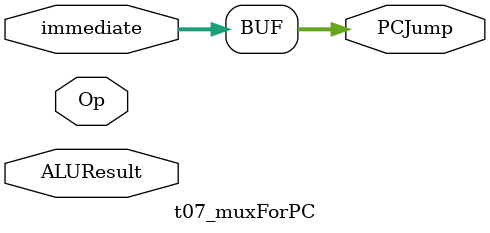
<source format=sv>
module t07_muxForPC (
    input logic [31:0] immediate, ALUResult,
    input logic [6:0] Op,
    output logic [31:0] PCJump
);

always_comb begin
    if(Op == 1100111) begin PCJump = ALUResult; end
    else begin PCJump = immediate; end
end
endmodule

</source>
